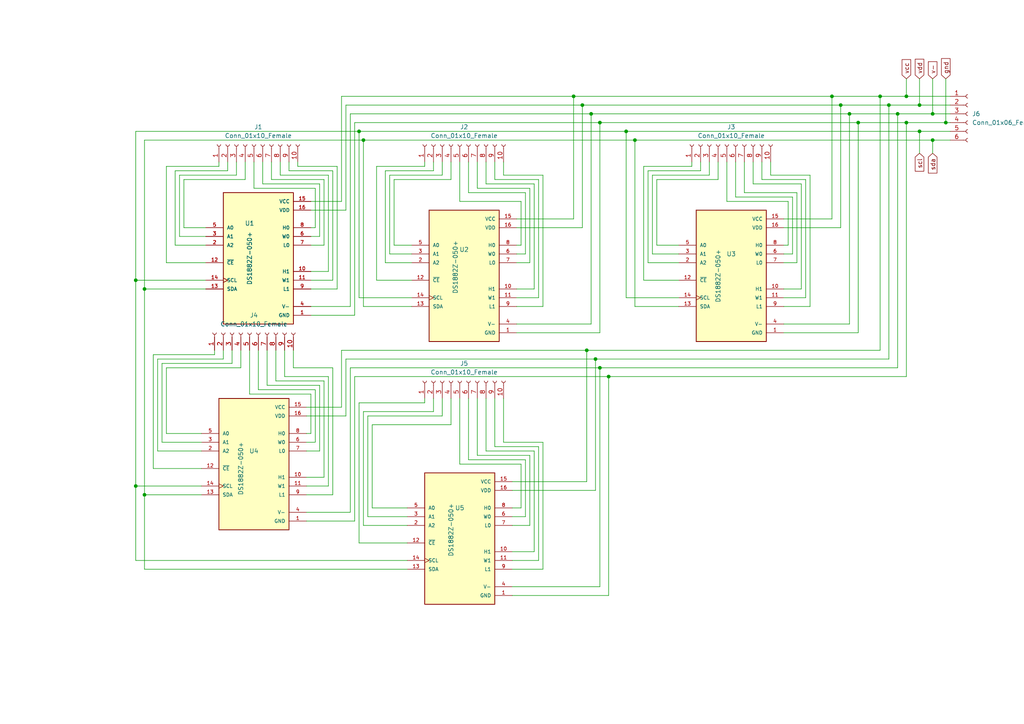
<source format=kicad_sch>
(kicad_sch (version 20211123) (generator eeschema)
  (paper "A4")
  (lib_symbols
    (symbol "Connector:Conn_01x06_Female" (pin_names (offset 1.016) hide)
      (property "Reference" "J" (at 0 7.62 0))
      (property "Value" "Conn_01x06_Female" (at 0 -10.16 0))
      (symbol "Conn_01x06_Female_1_1"
        (arc (start 0 -7.112) (mid -0.508 -7.62) (end 0 -8.128) (stroke (width 0.1524)))
        (arc (start 0 -4.572) (mid -0.508 -5.08) (end 0 -5.588) (stroke (width 0.1524)))
        (arc (start 0 -2.032) (mid -0.508 -2.54) (end 0 -3.048) (stroke (width 0.1524)))
        (polyline (pts (xy -1.27 -7.62) (xy -0.508 -7.62)) (stroke (width 0.1524)))
        (polyline (pts (xy -1.27 -5.08) (xy -0.508 -5.08)) (stroke (width 0.1524)))
        (polyline (pts (xy -1.27 -2.54) (xy -0.508 -2.54)) (stroke (width 0.1524)))
        (polyline (pts (xy -1.27 0) (xy -0.508 0)) (stroke (width 0.1524)))
        (polyline (pts (xy -1.27 2.54) (xy -0.508 2.54)) (stroke (width 0.1524)))
        (polyline (pts (xy -1.27 5.08) (xy -0.508 5.08)) (stroke (width 0.1524)))
        (arc (start 0 0.508) (mid -0.508 0) (end 0 -0.508) (stroke (width 0.1524)))
        (arc (start 0 3.048) (mid -0.508 2.54) (end 0 2.032) (stroke (width 0.1524)))
        (arc (start 0 5.588) (mid -0.508 5.08) (end 0 4.572) (stroke (width 0.1524)))
        (pin passive line (at -5.08 5.08 0) (length 3.81) (name "Pin_1") (number "1"))
        (pin passive line (at -5.08 2.54 0) (length 3.81) (name "Pin_2") (number "2"))
        (pin passive line (at -5.08 0 0) (length 3.81) (name "Pin_3") (number "3"))
        (pin passive line (at -5.08 -2.54 0) (length 3.81) (name "Pin_4") (number "4"))
        (pin passive line (at -5.08 -5.08 0) (length 3.81) (name "Pin_5") (number "5"))
        (pin passive line (at -5.08 -7.62 0) (length 3.81) (name "Pin_6") (number "6"))
      )
    )
    (symbol "Connector:Conn_01x10_Female" (pin_names (offset 1.016) hide)
      (property "Reference" "J" (at 0 12.7 0))
      (property "Value" "Conn_01x10_Female" (at 0 -15.24 0))
      (symbol "Conn_01x10_Female_1_1"
        (arc (start 0 -12.192) (mid -0.508 -12.7) (end 0 -13.208) (stroke (width 0.1524)))
        (arc (start 0 -9.652) (mid -0.508 -10.16) (end 0 -10.668) (stroke (width 0.1524)))
        (arc (start 0 -7.112) (mid -0.508 -7.62) (end 0 -8.128) (stroke (width 0.1524)))
        (arc (start 0 -4.572) (mid -0.508 -5.08) (end 0 -5.588) (stroke (width 0.1524)))
        (arc (start 0 -2.032) (mid -0.508 -2.54) (end 0 -3.048) (stroke (width 0.1524)))
        (polyline (pts (xy -1.27 -12.7) (xy -0.508 -12.7)) (stroke (width 0.1524)))
        (polyline (pts (xy -1.27 -10.16) (xy -0.508 -10.16)) (stroke (width 0.1524)))
        (polyline (pts (xy -1.27 -7.62) (xy -0.508 -7.62)) (stroke (width 0.1524)))
        (polyline (pts (xy -1.27 -5.08) (xy -0.508 -5.08)) (stroke (width 0.1524)))
        (polyline (pts (xy -1.27 -2.54) (xy -0.508 -2.54)) (stroke (width 0.1524)))
        (polyline (pts (xy -1.27 0) (xy -0.508 0)) (stroke (width 0.1524)))
        (polyline (pts (xy -1.27 2.54) (xy -0.508 2.54)) (stroke (width 0.1524)))
        (polyline (pts (xy -1.27 5.08) (xy -0.508 5.08)) (stroke (width 0.1524)))
        (polyline (pts (xy -1.27 7.62) (xy -0.508 7.62)) (stroke (width 0.1524)))
        (polyline (pts (xy -1.27 10.16) (xy -0.508 10.16)) (stroke (width 0.1524)))
        (arc (start 0 0.508) (mid -0.508 0) (end 0 -0.508) (stroke (width 0.1524)))
        (arc (start 0 3.048) (mid -0.508 2.54) (end 0 2.032) (stroke (width 0.1524)))
        (arc (start 0 5.588) (mid -0.508 5.08) (end 0 4.572) (stroke (width 0.1524)))
        (arc (start 0 8.128) (mid -0.508 7.62) (end 0 7.112) (stroke (width 0.1524)))
        (arc (start 0 10.668) (mid -0.508 10.16) (end 0 9.652) (stroke (width 0.1524)))
        (pin passive line (at -5.08 10.16 0) (length 3.81) (name "Pin_1") (number "1"))
        (pin passive line (at -5.08 -12.7 0) (length 3.81) (name "Pin_10") (number "10"))
        (pin passive line (at -5.08 7.62 0) (length 3.81) (name "Pin_2") (number "2"))
        (pin passive line (at -5.08 5.08 0) (length 3.81) (name "Pin_3") (number "3"))
        (pin passive line (at -5.08 2.54 0) (length 3.81) (name "Pin_4") (number "4"))
        (pin passive line (at -5.08 0 0) (length 3.81) (name "Pin_5") (number "5"))
        (pin passive line (at -5.08 -2.54 0) (length 3.81) (name "Pin_6") (number "6"))
        (pin passive line (at -5.08 -5.08 0) (length 3.81) (name "Pin_7") (number "7"))
        (pin passive line (at -5.08 -7.62 0) (length 3.81) (name "Pin_8") (number "8"))
        (pin passive line (at -5.08 -10.16 0) (length 3.81) (name "Pin_9") (number "9"))
      )
    )
    (symbol "DS1882Z-050_:DS1882Z-050+" (pin_names (offset 1.016))
      (property "Reference" "U" (at -10.16 18.288 0))
      (property "Value" "DS1882Z-050+" (at -10.16 -22.86 0))
      (symbol "DS1882Z-050+_0_0"
        (rectangle (start -10.16 -20.32) (end 10.16 17.78) (stroke (width 0.254)) (fill (type background)))
        (pin power_in line (at 15.24 -17.78 180) (length 5.08) (name "GND") (number "1"))
        (pin passive line (at 15.24 -5.08 180) (length 5.08) (name "H1") (number "10"))
        (pin passive line (at 15.24 -7.62 180) (length 5.08) (name "W1") (number "11"))
        (pin input line (at -15.24 -2.54 0) (length 5.08) (name "~{CE}") (number "12"))
        (pin bidirectional line (at -15.24 -10.16 0) (length 5.08) (name "SDA") (number "13"))
        (pin input clock (at -15.24 -7.62 0) (length 5.08) (name "SCL") (number "14"))
        (pin power_in line (at 15.24 15.24 180) (length 5.08) (name "VCC") (number "15"))
        (pin power_in line (at 15.24 12.7 180) (length 5.08) (name "VDD") (number "16"))
        (pin input line (at -15.24 2.54 0) (length 5.08) (name "A2") (number "2"))
        (pin input line (at -15.24 5.08 0) (length 5.08) (name "A1") (number "3"))
        (pin power_in line (at 15.24 -15.24 180) (length 5.08) (name "V-") (number "4"))
        (pin input line (at -15.24 7.62 0) (length 5.08) (name "A0") (number "5"))
        (pin passive line (at 15.24 5.08 180) (length 5.08) (name "W0") (number "6"))
        (pin passive line (at 15.24 2.54 180) (length 5.08) (name "L0") (number "7"))
        (pin passive line (at 15.24 7.62 180) (length 5.08) (name "H0") (number "8"))
        (pin passive line (at 15.24 -10.16 180) (length 5.08) (name "L1") (number "9"))
      )
    )
  )
  (junction (at 104.14 38.1))
  (junction (at 260.35 33.02))
  (junction (at 262.89 35.56))
  (junction (at 172.72 104.14))
  (junction (at 255.27 27.94))
  (junction (at 173.99 106.68))
  (junction (at 241.3 27.94))
  (junction (at 262.89 27.94))
  (junction (at 170.18 101.6))
  (junction (at 171.45 33.02))
  (junction (at 166.37 27.94))
  (junction (at 246.38 33.02))
  (junction (at 168.91 30.48))
  (junction (at 105.41 40.64))
  (junction (at 41.91 83.82))
  (junction (at 181.61 38.1))
  (junction (at 173.99 35.56))
  (junction (at 39.37 81.28))
  (junction (at 270.51 40.64))
  (junction (at 266.7 38.1))
  (junction (at 184.15 40.64))
  (junction (at 176.53 109.22))
  (junction (at 257.81 30.48))
  (junction (at 243.84 30.48))
  (junction (at 274.32 35.56))
  (junction (at 248.92 35.56))
  (junction (at 39.37 140.97))
  (junction (at 270.51 33.02))
  (junction (at 266.7 30.48))
  (junction (at 41.91 143.51))
  (wire (pts (xy 46.99 128.27) (xy 46.99 105.41)))
  (wire (pts (xy 104.14 116.84) (xy 123.19 116.84)))
  (wire (pts (xy 248.92 35.56) (xy 248.92 96.52)))
  (wire (pts (xy 148.59 165.1) (xy 157.48 165.1)))
  (wire (pts (xy 146.05 50.8) (xy 146.05 46.99)))
  (wire (pts (xy 118.11 157.48) (xy 104.14 157.48)))
  (wire (pts (xy 111.76 76.2) (xy 111.76 49.53)))
  (wire (pts (xy 39.37 140.97) (xy 39.37 81.28)))
  (wire (pts (xy 53.34 66.04) (xy 53.34 52.07)))
  (wire (pts (xy 41.91 165.1) (xy 118.11 165.1)))
  (wire (pts (xy 109.22 48.26) (xy 123.19 48.26)))
  (wire (pts (xy 170.18 101.6) (xy 170.18 139.7)))
  (wire (pts (xy 203.2 49.53) (xy 203.2 46.99)))
  (wire (pts (xy 166.37 63.5) (xy 149.86 63.5)))
  (wire (pts (xy 93.98 110.49) (xy 80.01 110.49)))
  (wire (pts (xy 99.06 101.6) (xy 170.18 101.6)))
  (wire (pts (xy 190.5 52.07) (xy 208.28 52.07)))
  (wire (pts (xy 156.21 52.07) (xy 143.51 52.07)))
  (wire (pts (xy 41.91 83.82) (xy 41.91 40.64)))
  (wire (pts (xy 234.95 88.9) (xy 234.95 50.8)))
  (wire (pts (xy 157.48 165.1) (xy 157.48 128.27)))
  (wire (pts (xy 95.25 50.8) (xy 81.28 50.8)))
  (wire (pts (xy 81.28 50.8) (xy 81.28 46.99)))
  (wire (pts (xy 133.35 58.42) (xy 133.35 46.99)))
  (wire (pts (xy 166.37 27.94) (xy 241.3 27.94)))
  (wire (pts (xy 118.11 149.86) (xy 106.68 149.86)))
  (wire (pts (xy 227.33 88.9) (xy 234.95 88.9)))
  (wire (pts (xy 189.23 73.66) (xy 189.23 50.8)))
  (wire (pts (xy 223.52 50.8) (xy 223.52 46.99)))
  (wire (pts (xy 149.86 83.82) (xy 154.94 83.82)))
  (wire (pts (xy 102.87 91.44) (xy 102.87 35.56)))
  (wire (pts (xy 149.86 71.12) (xy 151.13 71.12)))
  (wire (pts (xy 41.91 83.82) (xy 59.69 83.82)))
  (wire (pts (xy 107.95 123.19) (xy 130.81 123.19)))
  (wire (pts (xy 152.4 149.86) (xy 152.4 133.35)))
  (wire (pts (xy 88.9 143.51) (xy 96.52 143.51)))
  (wire (pts (xy 154.94 130.81) (xy 140.97 130.81)))
  (wire (pts (xy 196.85 88.9) (xy 184.15 88.9)))
  (wire (pts (xy 228.6 71.12) (xy 228.6 58.42)))
  (wire (pts (xy 149.86 86.36) (xy 156.21 86.36)))
  (wire (pts (xy 274.32 35.56) (xy 275.59 35.56)))
  (wire (pts (xy 66.04 49.53) (xy 66.04 46.99)))
  (wire (pts (xy 72.39 101.6) (xy 72.39 114.3)))
  (wire (pts (xy 88.9 151.13) (xy 102.87 151.13)))
  (wire (pts (xy 95.25 140.97) (xy 95.25 109.22)))
  (wire (pts (xy 102.87 109.22) (xy 176.53 109.22)))
  (wire (pts (xy 262.89 109.22) (xy 262.89 35.56)))
  (wire (pts (xy 255.27 27.94) (xy 262.89 27.94)))
  (wire (pts (xy 91.44 54.61) (xy 73.66 54.61)))
  (wire (pts (xy 92.71 111.76) (xy 77.47 111.76)))
  (wire (pts (xy 123.19 48.26) (xy 123.19 46.99)))
  (wire (pts (xy 243.84 30.48) (xy 243.84 66.04)))
  (wire (pts (xy 48.26 48.26) (xy 63.5 48.26)))
  (wire (pts (xy 156.21 86.36) (xy 156.21 52.07)))
  (wire (pts (xy 104.14 38.1) (xy 104.14 86.36)))
  (wire (pts (xy 44.45 102.87) (xy 62.23 102.87)))
  (wire (pts (xy 186.69 81.28) (xy 186.69 48.26)))
  (wire (pts (xy 270.51 22.86) (xy 270.51 33.02)))
  (wire (pts (xy 101.6 33.02) (xy 101.6 88.9)))
  (wire (pts (xy 257.81 30.48) (xy 257.81 104.14)))
  (wire (pts (xy 196.85 76.2) (xy 187.96 76.2)))
  (wire (pts (xy 148.59 149.86) (xy 152.4 149.86)))
  (wire (pts (xy 229.87 73.66) (xy 229.87 57.15)))
  (wire (pts (xy 220.98 52.07) (xy 220.98 46.99)))
  (wire (pts (xy 119.38 71.12) (xy 114.3 71.12)))
  (wire (pts (xy 39.37 162.56) (xy 39.37 140.97)))
  (wire (pts (xy 113.03 50.8) (xy 128.27 50.8)))
  (wire (pts (xy 41.91 165.1) (xy 41.91 143.51)))
  (wire (pts (xy 90.17 81.28) (xy 96.52 81.28)))
  (wire (pts (xy 148.59 142.24) (xy 172.72 142.24)))
  (wire (pts (xy 69.85 101.6) (xy 69.85 106.68)))
  (wire (pts (xy 184.15 88.9) (xy 184.15 40.64)))
  (wire (pts (xy 41.91 143.51) (xy 58.42 143.51)))
  (wire (pts (xy 68.58 50.8) (xy 68.58 46.99)))
  (wire (pts (xy 173.99 106.68) (xy 260.35 106.68)))
  (wire (pts (xy 123.19 116.84) (xy 123.19 115.57)))
  (wire (pts (xy 119.38 86.36) (xy 104.14 86.36)))
  (wire (pts (xy 168.91 30.48) (xy 168.91 66.04)))
  (wire (pts (xy 119.38 73.66) (xy 113.03 73.66)))
  (wire (pts (xy 148.59 162.56) (xy 156.21 162.56)))
  (wire (pts (xy 176.53 109.22) (xy 176.53 172.72)))
  (wire (pts (xy 92.71 130.81) (xy 92.71 111.76)))
  (wire (pts (xy 241.3 27.94) (xy 241.3 63.5)))
  (wire (pts (xy 59.69 71.12) (xy 50.8 71.12)))
  (wire (pts (xy 151.13 58.42) (xy 133.35 58.42)))
  (wire (pts (xy 156.21 129.54) (xy 143.51 129.54)))
  (wire (pts (xy 100.33 30.48) (xy 168.91 30.48)))
  (wire (pts (xy 246.38 33.02) (xy 246.38 93.98)))
  (wire (pts (xy 196.85 81.28) (xy 186.69 81.28)))
  (wire (pts (xy 266.7 30.48) (xy 275.59 30.48)))
  (wire (pts (xy 88.9 140.97) (xy 95.25 140.97)))
  (wire (pts (xy 96.52 143.51) (xy 96.52 106.68)))
  (wire (pts (xy 157.48 128.27) (xy 146.05 128.27)))
  (wire (pts (xy 52.07 50.8) (xy 68.58 50.8)))
  (wire (pts (xy 59.69 68.58) (xy 52.07 68.58)))
  (wire (pts (xy 104.14 157.48) (xy 104.14 116.84)))
  (wire (pts (xy 128.27 50.8) (xy 128.27 46.99)))
  (wire (pts (xy 228.6 58.42) (xy 210.82 58.42)))
  (wire (pts (xy 105.41 119.38) (xy 125.73 119.38)))
  (wire (pts (xy 181.61 38.1) (xy 266.7 38.1)))
  (wire (pts (xy 208.28 52.07) (xy 208.28 46.99)))
  (wire (pts (xy 227.33 71.12) (xy 228.6 71.12)))
  (wire (pts (xy 213.36 46.99) (xy 213.36 57.15)))
  (wire (pts (xy 102.87 35.56) (xy 173.99 35.56)))
  (wire (pts (xy 152.4 55.88) (xy 135.89 55.88)))
  (wire (pts (xy 125.73 119.38) (xy 125.73 115.57)))
  (wire (pts (xy 148.59 139.7) (xy 170.18 139.7)))
  (wire (pts (xy 149.86 93.98) (xy 171.45 93.98)))
  (wire (pts (xy 196.85 73.66) (xy 189.23 73.66)))
  (wire (pts (xy 270.51 40.64) (xy 270.51 44.45)))
  (wire (pts (xy 151.13 71.12) (xy 151.13 58.42)))
  (wire (pts (xy 90.17 114.3) (xy 72.39 114.3)))
  (wire (pts (xy 130.81 123.19) (xy 130.81 115.57)))
  (wire (pts (xy 171.45 33.02) (xy 171.45 93.98)))
  (wire (pts (xy 90.17 66.04) (xy 91.44 66.04)))
  (wire (pts (xy 53.34 52.07) (xy 71.12 52.07)))
  (wire (pts (xy 151.13 147.32) (xy 151.13 134.62)))
  (wire (pts (xy 48.26 76.2) (xy 48.26 48.26)))
  (wire (pts (xy 173.99 170.18) (xy 173.99 106.68)))
  (wire (pts (xy 59.69 76.2) (xy 48.26 76.2)))
  (wire (pts (xy 148.59 172.72) (xy 176.53 172.72)))
  (wire (pts (xy 157.48 88.9) (xy 157.48 50.8)))
  (wire (pts (xy 95.25 109.22) (xy 82.55 109.22)))
  (wire (pts (xy 255.27 101.6) (xy 255.27 27.94)))
  (wire (pts (xy 101.6 148.59) (xy 101.6 106.68)))
  (wire (pts (xy 130.81 52.07) (xy 130.81 46.99)))
  (wire (pts (xy 227.33 86.36) (xy 233.68 86.36)))
  (wire (pts (xy 88.9 130.81) (xy 92.71 130.81)))
  (wire (pts (xy 119.38 88.9) (xy 105.41 88.9)))
  (wire (pts (xy 260.35 33.02) (xy 260.35 106.68)))
  (wire (pts (xy 189.23 50.8) (xy 205.74 50.8)))
  (wire (pts (xy 176.53 109.22) (xy 262.89 109.22)))
  (wire (pts (xy 107.95 147.32) (xy 107.95 123.19)))
  (wire (pts (xy 90.17 71.12) (xy 93.98 71.12)))
  (wire (pts (xy 153.67 132.08) (xy 138.43 132.08)))
  (wire (pts (xy 138.43 54.61) (xy 138.43 46.99)))
  (wire (pts (xy 67.31 101.6) (xy 67.31 105.41)))
  (wire (pts (xy 146.05 128.27) (xy 146.05 115.57)))
  (wire (pts (xy 88.9 148.59) (xy 101.6 148.59)))
  (wire (pts (xy 149.86 76.2) (xy 153.67 76.2)))
  (wire (pts (xy 154.94 83.82) (xy 154.94 53.34)))
  (wire (pts (xy 78.74 52.07) (xy 78.74 46.99)))
  (wire (pts (xy 149.86 73.66) (xy 152.4 73.66)))
  (wire (pts (xy 100.33 120.65) (xy 100.33 104.14)))
  (wire (pts (xy 105.41 152.4) (xy 105.41 119.38)))
  (wire (pts (xy 96.52 106.68) (xy 85.09 106.68)))
  (wire (pts (xy 233.68 52.07) (xy 220.98 52.07)))
  (wire (pts (xy 109.22 81.28) (xy 109.22 48.26)))
  (wire (pts (xy 90.17 88.9) (xy 101.6 88.9)))
  (wire (pts (xy 172.72 104.14) (xy 257.81 104.14)))
  (wire (pts (xy 227.33 96.52) (xy 248.92 96.52)))
  (wire (pts (xy 102.87 151.13) (xy 102.87 109.22)))
  (wire (pts (xy 170.18 101.6) (xy 255.27 101.6)))
  (wire (pts (xy 39.37 162.56) (xy 118.11 162.56)))
  (wire (pts (xy 234.95 50.8) (xy 223.52 50.8)))
  (wire (pts (xy 104.14 38.1) (xy 181.61 38.1)))
  (wire (pts (xy 152.4 73.66) (xy 152.4 55.88)))
  (wire (pts (xy 50.8 49.53) (xy 66.04 49.53)))
  (wire (pts (xy 93.98 138.43) (xy 93.98 110.49)))
  (wire (pts (xy 76.2 53.34) (xy 76.2 46.99)))
  (wire (pts (xy 97.79 83.82) (xy 97.79 48.26)))
  (wire (pts (xy 83.82 49.53) (xy 83.82 46.99)))
  (wire (pts (xy 140.97 53.34) (xy 140.97 46.99)))
  (wire (pts (xy 148.59 152.4) (xy 153.67 152.4)))
  (wire (pts (xy 138.43 132.08) (xy 138.43 115.57)))
  (wire (pts (xy 62.23 102.87) (xy 62.23 101.6)))
  (wire (pts (xy 153.67 76.2) (xy 153.67 54.61)))
  (wire (pts (xy 41.91 143.51) (xy 41.91 83.82)))
  (wire (pts (xy 88.9 120.65) (xy 100.33 120.65)))
  (wire (pts (xy 218.44 46.99) (xy 218.44 53.34)))
  (wire (pts (xy 171.45 33.02) (xy 246.38 33.02)))
  (wire (pts (xy 248.92 35.56) (xy 262.89 35.56)))
  (wire (pts (xy 149.86 66.04) (xy 168.91 66.04)))
  (wire (pts (xy 210.82 46.99) (xy 210.82 58.42)))
  (wire (pts (xy 274.32 22.86) (xy 274.32 35.56)))
  (wire (pts (xy 45.72 104.14) (xy 64.77 104.14)))
  (wire (pts (xy 227.33 66.04) (xy 243.84 66.04)))
  (wire (pts (xy 151.13 134.62) (xy 133.35 134.62)))
  (wire (pts (xy 255.27 27.94) (xy 241.3 27.94)))
  (wire (pts (xy 205.74 50.8) (xy 205.74 46.99)))
  (wire (pts (xy 243.84 30.48) (xy 257.81 30.48)))
  (wire (pts (xy 270.51 40.64) (xy 275.59 40.64)))
  (wire (pts (xy 77.47 111.76) (xy 77.47 101.6)))
  (wire (pts (xy 39.37 81.28) (xy 39.37 38.1)))
  (wire (pts (xy 106.68 120.65) (xy 128.27 120.65)))
  (wire (pts (xy 82.55 109.22) (xy 82.55 101.6)))
  (wire (pts (xy 262.89 22.86) (xy 262.89 27.94)))
  (wire (pts (xy 262.89 35.56) (xy 274.32 35.56)))
  (wire (pts (xy 90.17 78.74) (xy 95.25 78.74)))
  (wire (pts (xy 95.25 78.74) (xy 95.25 50.8)))
  (wire (pts (xy 44.45 135.89) (xy 44.45 102.87)))
  (wire (pts (xy 63.5 48.26) (xy 63.5 46.99)))
  (wire (pts (xy 149.86 96.52) (xy 173.99 96.52)))
  (wire (pts (xy 105.41 88.9) (xy 105.41 40.64)))
  (wire (pts (xy 227.33 76.2) (xy 231.14 76.2)))
  (wire (pts (xy 91.44 128.27) (xy 91.44 113.03)))
  (wire (pts (xy 99.06 27.94) (xy 166.37 27.94)))
  (wire (pts (xy 90.17 60.96) (xy 100.33 60.96)))
  (wire (pts (xy 71.12 52.07) (xy 71.12 46.99)))
  (wire (pts (xy 90.17 58.42) (xy 99.06 58.42)))
  (wire (pts (xy 187.96 49.53) (xy 203.2 49.53)))
  (wire (pts (xy 133.35 134.62) (xy 133.35 115.57)))
  (wire (pts (xy 266.7 38.1) (xy 266.7 44.45)))
  (wire (pts (xy 93.98 71.12) (xy 93.98 52.07)))
  (wire (pts (xy 166.37 27.94) (xy 166.37 63.5)))
  (wire (pts (xy 46.99 105.41) (xy 67.31 105.41)))
  (wire (pts (xy 58.42 128.27) (xy 46.99 128.27)))
  (wire (pts (xy 100.33 104.14) (xy 172.72 104.14)))
  (wire (pts (xy 88.9 125.73) (xy 90.17 125.73)))
  (wire (pts (xy 257.81 30.48) (xy 266.7 30.48)))
  (wire (pts (xy 153.67 54.61) (xy 138.43 54.61)))
  (wire (pts (xy 58.42 125.73) (xy 48.26 125.73)))
  (wire (pts (xy 106.68 149.86) (xy 106.68 120.65)))
  (wire (pts (xy 52.07 68.58) (xy 52.07 50.8)))
  (wire (pts (xy 50.8 71.12) (xy 50.8 49.53)))
  (wire (pts (xy 232.41 53.34) (xy 218.44 53.34)))
  (wire (pts (xy 135.89 55.88) (xy 135.89 46.99)))
  (wire (pts (xy 93.98 52.07) (xy 78.74 52.07)))
  (wire (pts (xy 118.11 152.4) (xy 105.41 152.4)))
  (wire (pts (xy 241.3 63.5) (xy 227.33 63.5)))
  (wire (pts (xy 39.37 140.97) (xy 58.42 140.97)))
  (wire (pts (xy 227.33 93.98) (xy 246.38 93.98)))
  (wire (pts (xy 157.48 50.8) (xy 146.05 50.8)))
  (wire (pts (xy 246.38 33.02) (xy 260.35 33.02)))
  (wire (pts (xy 266.7 38.1) (xy 275.59 38.1)))
  (wire (pts (xy 114.3 52.07) (xy 130.81 52.07)))
  (wire (pts (xy 91.44 66.04) (xy 91.44 54.61)))
  (wire (pts (xy 91.44 113.03) (xy 74.93 113.03)))
  (wire (pts (xy 119.38 81.28) (xy 109.22 81.28)))
  (wire (pts (xy 190.5 71.12) (xy 190.5 52.07)))
  (wire (pts (xy 140.97 130.81) (xy 140.97 115.57)))
  (wire (pts (xy 90.17 91.44) (xy 102.87 91.44)))
  (wire (pts (xy 64.77 104.14) (xy 64.77 101.6)))
  (wire (pts (xy 143.51 52.07) (xy 143.51 46.99)))
  (wire (pts (xy 90.17 83.82) (xy 97.79 83.82)))
  (wire (pts (xy 97.79 48.26) (xy 86.36 48.26)))
  (wire (pts (xy 92.71 53.34) (xy 76.2 53.34)))
  (wire (pts (xy 168.91 30.48) (xy 243.84 30.48)))
  (wire (pts (xy 215.9 55.88) (xy 215.9 46.99)))
  (wire (pts (xy 88.9 128.27) (xy 91.44 128.27)))
  (wire (pts (xy 233.68 86.36) (xy 233.68 52.07)))
  (wire (pts (xy 148.59 147.32) (xy 151.13 147.32)))
  (wire (pts (xy 128.27 120.65) (xy 128.27 115.57)))
  (wire (pts (xy 45.72 130.81) (xy 45.72 104.14)))
  (wire (pts (xy 74.93 101.6) (xy 74.93 113.03)))
  (wire (pts (xy 154.94 53.34) (xy 140.97 53.34)))
  (wire (pts (xy 125.73 49.53) (xy 125.73 46.99)))
  (wire (pts (xy 153.67 152.4) (xy 153.67 132.08)))
  (wire (pts (xy 143.51 129.54) (xy 143.51 115.57)))
  (wire (pts (xy 86.36 48.26) (xy 86.36 46.99)))
  (wire (pts (xy 90.17 125.73) (xy 90.17 114.3)))
  (wire (pts (xy 148.59 170.18) (xy 173.99 170.18)))
  (wire (pts (xy 260.35 33.02) (xy 270.51 33.02)))
  (wire (pts (xy 88.9 138.43) (xy 93.98 138.43)))
  (wire (pts (xy 48.26 106.68) (xy 69.85 106.68)))
  (wire (pts (xy 262.89 27.94) (xy 275.59 27.94)))
  (wire (pts (xy 99.06 58.42) (xy 99.06 27.94)))
  (wire (pts (xy 227.33 83.82) (xy 232.41 83.82)))
  (wire (pts (xy 105.41 40.64) (xy 184.15 40.64)))
  (wire (pts (xy 156.21 162.56) (xy 156.21 129.54)))
  (wire (pts (xy 266.7 22.86) (xy 266.7 30.48)))
  (wire (pts (xy 152.4 133.35) (xy 135.89 133.35)))
  (wire (pts (xy 96.52 49.53) (xy 83.82 49.53)))
  (wire (pts (xy 196.85 86.36) (xy 181.61 86.36)))
  (wire (pts (xy 39.37 38.1) (xy 104.14 38.1)))
  (wire (pts (xy 90.17 68.58) (xy 92.71 68.58)))
  (wire (pts (xy 96.52 81.28) (xy 96.52 49.53)))
  (wire (pts (xy 148.59 160.02) (xy 154.94 160.02)))
  (wire (pts (xy 231.14 55.88) (xy 215.9 55.88)))
  (wire (pts (xy 172.72 104.14) (xy 172.72 142.24)))
  (wire (pts (xy 114.3 71.12) (xy 114.3 52.07)))
  (wire (pts (xy 101.6 33.02) (xy 171.45 33.02)))
  (wire (pts (xy 118.11 147.32) (xy 107.95 147.32)))
  (wire (pts (xy 39.37 81.28) (xy 59.69 81.28)))
  (wire (pts (xy 73.66 54.61) (xy 73.66 46.99)))
  (wire (pts (xy 58.42 130.81) (xy 45.72 130.81)))
  (wire (pts (xy 85.09 101.6) (xy 85.09 106.68)))
  (wire (pts (xy 113.03 73.66) (xy 113.03 50.8)))
  (wire (pts (xy 135.89 133.35) (xy 135.89 115.57)))
  (wire (pts (xy 181.61 38.1) (xy 181.61 86.36)))
  (wire (pts (xy 231.14 76.2) (xy 231.14 55.88)))
  (wire (pts (xy 186.69 48.26) (xy 200.66 48.26)))
  (wire (pts (xy 59.69 66.04) (xy 53.34 66.04)))
  (wire (pts (xy 100.33 60.96) (xy 100.33 30.48)))
  (wire (pts (xy 119.38 76.2) (xy 111.76 76.2)))
  (wire (pts (xy 200.66 48.26) (xy 200.66 46.99)))
  (wire (pts (xy 92.71 68.58) (xy 92.71 53.34)))
  (wire (pts (xy 111.76 49.53) (xy 125.73 49.53)))
  (wire (pts (xy 149.86 88.9) (xy 157.48 88.9)))
  (wire (pts (xy 184.15 40.64) (xy 270.51 40.64)))
  (wire (pts (xy 232.41 83.82) (xy 232.41 53.34)))
  (wire (pts (xy 227.33 73.66) (xy 229.87 73.66)))
  (wire (pts (xy 154.94 160.02) (xy 154.94 130.81)))
  (wire (pts (xy 173.99 96.52) (xy 173.99 35.56)))
  (wire (pts (xy 173.99 35.56) (xy 248.92 35.56)))
  (wire (pts (xy 187.96 76.2) (xy 187.96 49.53)))
  (wire (pts (xy 58.42 135.89) (xy 44.45 135.89)))
  (wire (pts (xy 101.6 106.68) (xy 173.99 106.68)))
  (wire (pts (xy 88.9 118.11) (xy 99.06 118.11)))
  (wire (pts (xy 270.51 33.02) (xy 275.59 33.02)))
  (wire (pts (xy 229.87 57.15) (xy 213.36 57.15)))
  (wire (pts (xy 80.01 110.49) (xy 80.01 101.6)))
  (wire (pts (xy 41.91 40.64) (xy 105.41 40.64)))
  (wire (pts (xy 196.85 71.12) (xy 190.5 71.12)))
  (wire (pts (xy 48.26 125.73) (xy 48.26 106.68)))
  (wire (pts (xy 99.06 118.11) (xy 99.06 101.6)))
  (global_label "vcc" (shape input) (at 262.89 22.86 90) (property "Intersheet References" "${INTERSHEET_REFS}" (effects hide)))
  (global_label "vdd" (shape input) (at 266.7 22.86 90) (property "Intersheet References" "${INTERSHEET_REFS}" (effects hide)))
  (global_label "scl" (shape input) (at 266.7 44.45 270) (property "Intersheet References" "${INTERSHEET_REFS}" (effects hide)))
  (global_label "gnd" (shape input) (at 274.32 22.86 90) (property "Intersheet References" "${INTERSHEET_REFS}" (effects hide)))
  (global_label "sda" (shape input) (at 270.51 44.45 270) (property "Intersheet References" "${INTERSHEET_REFS}" (effects hide)))
  (global_label "v-" (shape input) (at 270.51 22.86 90) (property "Intersheet References" "${INTERSHEET_REFS}" (effects hide)))
  (symbol (lib_id "DS1882Z-050_:DS1882Z-050+") (at 134.62 78.74 0) (unit 1)
    (property "Reference" "U2" (at 134.62 72.39 0))
    (property "Value" "DS1882Z-050+" (at 132.08 77.47 90))
    (property "Footprint" "SOIC127P600X175-16N" (effects hide))
    (property "MF" "Maxim Integrated Products" (effects hide))
    (property "MAXIMUM_PACKAGE_HEIGHT" "1.75 mm" (effects hide))
    (property "Package" "None" (effects hide))
    (property "Price" "None" (effects hide))
    (property "Check_prices" "https://www.snapeda.com/parts/DS1882Z-050+/Maxim+Integrated/view-part/?ref=eda" (effects hide))
    (property "STANDARD" "IPC 7351B" (effects hide))
    (property "PARTREV" "0" (effects hide))
    (property "SnapEDA_Link" "https://www.snapeda.com/parts/DS1882Z-050+/Maxim+Integrated/view-part/?ref=snap" (effects hide))
    (property "MP" "DS1882Z-050+" (effects hide))
    (property "Description" "\nDigital Potentiometer 45kOhm 64POS Non-Volatile Log 16-Pin SOIC N Tube\n" (effects hide))
    (property "MANUFACTURER" "Maxim Integrated" (effects hide))
    (property "Availability" "In Stock" (effects hide))
    (property "SNAPEDA_PN" "DS1882Z-050+" (effects hide))
  )
  (symbol (lib_id "DS1882Z-050_:DS1882Z-050+") (at 73.66 133.35 0) (unit 1)
    (property "Reference" "U4" (at 73.66 130.81 0))
    (property "Value" "DS1882Z-050+" (at 69.85 135.89 90))
    (property "Footprint" "SOIC127P600X175-16N" (effects hide))
    (property "MF" "Maxim Integrated Products" (effects hide))
    (property "MAXIMUM_PACKAGE_HEIGHT" "1.75 mm" (effects hide))
    (property "Package" "None" (effects hide))
    (property "Price" "None" (effects hide))
    (property "Check_prices" "https://www.snapeda.com/parts/DS1882Z-050+/Maxim+Integrated/view-part/?ref=eda" (effects hide))
    (property "STANDARD" "IPC 7351B" (effects hide))
    (property "PARTREV" "0" (effects hide))
    (property "SnapEDA_Link" "https://www.snapeda.com/parts/DS1882Z-050+/Maxim+Integrated/view-part/?ref=snap" (effects hide))
    (property "MP" "DS1882Z-050+" (effects hide))
    (property "Description" "\nDigital Potentiometer 45kOhm 64POS Non-Volatile Log 16-Pin SOIC N Tube\n" (effects hide))
    (property "MANUFACTURER" "Maxim Integrated" (effects hide))
    (property "Availability" "In Stock" (effects hide))
    (property "SNAPEDA_PN" "DS1882Z-050+" (effects hide))
  )
  (symbol (lib_id "Connector:Conn_01x06_Female") (at 280.67 33.02 0) (unit 1)
    (property "Reference" "J6" (at 281.94 33.0199 0) (effects (justify left)))
    (property "Value" "Conn_01x06_Female" (at 281.94 35.5599 0) (effects (justify left)))
    (property "Footprint" "Connector_PinSocket_2.54mm:PinSocket_1x06_P2.54mm_Vertical" (effects hide))
  )
  (symbol (lib_id "Connector:Conn_01x10_Female") (at 73.66 41.91 90) (unit 1)
    (property "Reference" "J1" (at 74.93 36.83 90))
    (property "Value" "Conn_01x10_Female" (at 74.93 39.37 90))
    (property "Footprint" "Connector_PinSocket_2.54mm:PinSocket_1x10_P2.54mm_Vertical" (effects hide))
  )
  (symbol (lib_id "DS1882Z-050_:DS1882Z-050+") (at 133.35 154.94 0) (unit 1)
    (property "Reference" "U5" (at 133.35 147.32 0))
    (property "Value" "DS1882Z-050+" (at 130.81 153.67 90))
    (property "Footprint" "SOIC127P600X175-16N" (effects hide))
    (property "MF" "Maxim Integrated Products" (effects hide))
    (property "MAXIMUM_PACKAGE_HEIGHT" "1.75 mm" (effects hide))
    (property "Package" "None" (effects hide))
    (property "Price" "None" (effects hide))
    (property "Check_prices" "https://www.snapeda.com/parts/DS1882Z-050+/Maxim+Integrated/view-part/?ref=eda" (effects hide))
    (property "STANDARD" "IPC 7351B" (effects hide))
    (property "PARTREV" "0" (effects hide))
    (property "SnapEDA_Link" "https://www.snapeda.com/parts/DS1882Z-050+/Maxim+Integrated/view-part/?ref=snap" (effects hide))
    (property "MP" "DS1882Z-050+" (effects hide))
    (property "Description" "\nDigital Potentiometer 45kOhm 64POS Non-Volatile Log 16-Pin SOIC N Tube\n" (effects hide))
    (property "MANUFACTURER" "Maxim Integrated" (effects hide))
    (property "Availability" "In Stock" (effects hide))
    (property "SNAPEDA_PN" "DS1882Z-050+" (effects hide))
  )
  (symbol (lib_id "DS1882Z-050_:DS1882Z-050+") (at 212.09 78.74 0) (unit 1)
    (property "Reference" "U3" (at 212.09 73.66 0))
    (property "Value" "DS1882Z-050+" (at 208.28 80.01 90))
    (property "Footprint" "SOIC127P600X175-16N" (effects hide))
    (property "MF" "Maxim Integrated Products" (effects hide))
    (property "MAXIMUM_PACKAGE_HEIGHT" "1.75 mm" (effects hide))
    (property "Package" "None" (effects hide))
    (property "Price" "None" (effects hide))
    (property "Check_prices" "https://www.snapeda.com/parts/DS1882Z-050+/Maxim+Integrated/view-part/?ref=eda" (effects hide))
    (property "STANDARD" "IPC 7351B" (effects hide))
    (property "PARTREV" "0" (effects hide))
    (property "SnapEDA_Link" "https://www.snapeda.com/parts/DS1882Z-050+/Maxim+Integrated/view-part/?ref=snap" (effects hide))
    (property "MP" "DS1882Z-050+" (effects hide))
    (property "Description" "\nDigital Potentiometer 45kOhm 64POS Non-Volatile Log 16-Pin SOIC N Tube\n" (effects hide))
    (property "MANUFACTURER" "Maxim Integrated" (effects hide))
    (property "Availability" "In Stock" (effects hide))
    (property "SNAPEDA_PN" "DS1882Z-050+" (effects hide))
  )
  (symbol (lib_id "Connector:Conn_01x10_Female") (at 133.35 41.91 90) (unit 1)
    (property "Reference" "J2" (at 134.62 36.83 90))
    (property "Value" "Conn_01x10_Female" (at 134.62 39.37 90))
    (property "Footprint" "Connector_PinSocket_2.54mm:PinSocket_1x10_P2.54mm_Vertical" (effects hide))
  )
  (symbol (lib_id "DS1882Z-050_:DS1882Z-050+") (at 74.93 73.66 0) (unit 1)
    (property "Reference" "U1" (at 72.39 64.77 0))
    (property "Value" "DS1882Z-050+" (at 72.39 74.93 90))
    (property "Footprint" "SOIC127P600X175-16N" (effects hide))
    (property "MF" "Maxim Integrated Products" (effects hide))
    (property "MAXIMUM_PACKAGE_HEIGHT" "1.75 mm" (effects hide))
    (property "Package" "None" (effects hide))
    (property "Price" "None" (effects hide))
    (property "Check_prices" "https://www.snapeda.com/parts/DS1882Z-050+/Maxim+Integrated/view-part/?ref=eda" (effects hide))
    (property "STANDARD" "IPC 7351B" (effects hide))
    (property "PARTREV" "0" (effects hide))
    (property "SnapEDA_Link" "https://www.snapeda.com/parts/DS1882Z-050+/Maxim+Integrated/view-part/?ref=snap" (effects hide))
    (property "MP" "DS1882Z-050+" (effects hide))
    (property "Description" "\nDigital Potentiometer 45kOhm 64POS Non-Volatile Log 16-Pin SOIC N Tube\n" (effects hide))
    (property "MANUFACTURER" "Maxim Integrated" (effects hide))
    (property "Availability" "In Stock" (effects hide))
    (property "SNAPEDA_PN" "DS1882Z-050+" (effects hide))
  )
  (symbol (lib_id "Connector:Conn_01x10_Female") (at 133.35 110.49 90) (unit 1)
    (property "Reference" "J5" (at 134.62 105.41 90))
    (property "Value" "Conn_01x10_Female" (at 134.62 107.95 90))
    (property "Footprint" "Connector_PinSocket_2.54mm:PinSocket_1x10_P2.54mm_Vertical" (effects hide))
  )
  (symbol (lib_id "Connector:Conn_01x10_Female") (at 210.82 41.91 90) (unit 1)
    (property "Reference" "J3" (at 212.09 36.83 90))
    (property "Value" "Conn_01x10_Female" (at 212.09 39.37 90))
    (property "Footprint" "Connector_PinSocket_2.54mm:PinSocket_1x10_P2.54mm_Vertical" (effects hide))
  )
  (symbol (lib_id "Connector:Conn_01x10_Female") (at 72.39 96.52 90) (unit 1)
    (property "Reference" "J4" (at 73.66 91.44 90))
    (property "Value" "Conn_01x10_Female" (at 73.66 93.98 90))
    (property "Footprint" "Connector_PinSocket_2.54mm:PinSocket_1x10_P2.54mm_Vertical" (effects hide))
  )
)
</source>
